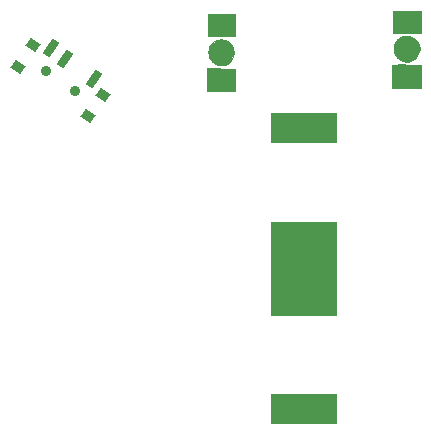
<source format=gbr>
%TF.GenerationSoftware,KiCad,Pcbnew,(6.0.0)*%
%TF.CreationDate,2022-03-29T21:45:28-05:00*%
%TF.ProjectId,Grogu,47726f67-752e-46b6-9963-61645f706362,rev?*%
%TF.SameCoordinates,Original*%
%TF.FileFunction,Soldermask,Bot*%
%TF.FilePolarity,Negative*%
%FSLAX46Y46*%
G04 Gerber Fmt 4.6, Leading zero omitted, Abs format (unit mm)*
G04 Created by KiCad (PCBNEW (6.0.0)) date 2022-03-29 21:45:28*
%MOMM*%
%LPD*%
G01*
G04 APERTURE LIST*
G04 Aperture macros list*
%AMRotRect*
0 Rectangle, with rotation*
0 The origin of the aperture is its center*
0 $1 length*
0 $2 width*
0 $3 Rotation angle, in degrees counterclockwise*
0 Add horizontal line*
21,1,$1,$2,0,0,$3*%
G04 Aperture macros list end*
%ADD10C,0.120000*%
%ADD11C,0.100000*%
%ADD12RotRect,1.000000X0.800000X145.000000*%
%ADD13C,0.900000*%
%ADD14RotRect,0.700000X1.500000X145.000000*%
%ADD15R,5.560000X2.600000*%
%ADD16R,5.560000X8.000000*%
%ADD17R,0.700000X0.500000*%
G04 APERTURE END LIST*
D10*
%TO.C,D2*%
X133227631Y-94175000D02*
G75*
G03*
X133227631Y-94175000I-1077631J0D01*
G01*
D11*
X133318400Y-92803400D02*
X133318400Y-90949200D01*
X133318400Y-90949200D02*
X130981600Y-90949200D01*
X130981600Y-90949200D02*
X130981600Y-92803400D01*
X130981600Y-92803400D02*
X133318400Y-92803400D01*
G36*
X133318400Y-92803400D02*
G01*
X130981600Y-92803400D01*
X130981600Y-90949200D01*
X133318400Y-90949200D01*
X133318400Y-92803400D01*
G37*
X133318400Y-92803400D02*
X130981600Y-92803400D01*
X130981600Y-90949200D01*
X133318400Y-90949200D01*
X133318400Y-92803400D01*
X133318400Y-97451600D02*
X133318400Y-95546600D01*
X133318400Y-95546600D02*
X130930800Y-95521200D01*
X130930800Y-95521200D02*
X130930800Y-97451600D01*
X130930800Y-97451600D02*
X133318400Y-97451600D01*
G36*
X133318400Y-95546600D02*
G01*
X133318400Y-97451600D01*
X130930800Y-97451600D01*
X130930800Y-95521200D01*
X133318400Y-95546600D01*
G37*
X133318400Y-95546600D02*
X133318400Y-97451600D01*
X130930800Y-97451600D01*
X130930800Y-95521200D01*
X133318400Y-95546600D01*
X131134000Y-94556000D02*
X131261000Y-94810000D01*
X131261000Y-94810000D02*
X131515000Y-95064000D01*
X131515000Y-95064000D02*
X131769000Y-95191000D01*
X131769000Y-95191000D02*
X132150000Y-95252630D01*
X132150000Y-95252630D02*
X132531000Y-95191000D01*
X132531000Y-95191000D02*
X132912000Y-94937000D01*
X132912000Y-94937000D02*
X133039000Y-94683000D01*
X133039000Y-94683000D02*
X133227630Y-94175000D01*
X133227630Y-94175000D02*
X133166000Y-93794000D01*
X133166000Y-93794000D02*
X132912000Y-93413000D01*
X132912000Y-93413000D02*
X132531000Y-93159000D01*
X132531000Y-93159000D02*
X132150000Y-93097370D01*
X132150000Y-93097370D02*
X131769000Y-93159000D01*
X131769000Y-93159000D02*
X131388000Y-93413000D01*
X131388000Y-93413000D02*
X131134000Y-93794000D01*
X131134000Y-93794000D02*
X131072370Y-94175000D01*
X131072370Y-94175000D02*
X131134000Y-94556000D01*
G36*
X132531000Y-93159000D02*
G01*
X132912000Y-93413000D01*
X133166000Y-93794000D01*
X133227630Y-94175000D01*
X133039000Y-94683000D01*
X132912000Y-94937000D01*
X132531000Y-95191000D01*
X132150000Y-95252630D01*
X131769000Y-95191000D01*
X131515000Y-95064000D01*
X131261000Y-94810000D01*
X131134000Y-94556000D01*
X131072370Y-94175000D01*
X131134000Y-93794000D01*
X131388000Y-93413000D01*
X131769000Y-93159000D01*
X132150000Y-93097370D01*
X132531000Y-93159000D01*
G37*
X132531000Y-93159000D02*
X132912000Y-93413000D01*
X133166000Y-93794000D01*
X133227630Y-94175000D01*
X133039000Y-94683000D01*
X132912000Y-94937000D01*
X132531000Y-95191000D01*
X132150000Y-95252630D01*
X131769000Y-95191000D01*
X131515000Y-95064000D01*
X131261000Y-94810000D01*
X131134000Y-94556000D01*
X131072370Y-94175000D01*
X131134000Y-93794000D01*
X131388000Y-93413000D01*
X131769000Y-93159000D01*
X132150000Y-93097370D01*
X132531000Y-93159000D01*
D10*
%TO.C,D1*%
X148927631Y-93875000D02*
G75*
G03*
X148927631Y-93875000I-1077631J0D01*
G01*
D11*
X149018400Y-97151600D02*
X149018400Y-95246600D01*
X149018400Y-95246600D02*
X146630800Y-95221200D01*
X146630800Y-95221200D02*
X146630800Y-97151600D01*
X146630800Y-97151600D02*
X149018400Y-97151600D01*
G36*
X149018400Y-95246600D02*
G01*
X149018400Y-97151600D01*
X146630800Y-97151600D01*
X146630800Y-95221200D01*
X149018400Y-95246600D01*
G37*
X149018400Y-95246600D02*
X149018400Y-97151600D01*
X146630800Y-97151600D01*
X146630800Y-95221200D01*
X149018400Y-95246600D01*
X149018400Y-92503400D02*
X149018400Y-90649200D01*
X149018400Y-90649200D02*
X146681600Y-90649200D01*
X146681600Y-90649200D02*
X146681600Y-92503400D01*
X146681600Y-92503400D02*
X149018400Y-92503400D01*
G36*
X149018400Y-92503400D02*
G01*
X146681600Y-92503400D01*
X146681600Y-90649200D01*
X149018400Y-90649200D01*
X149018400Y-92503400D01*
G37*
X149018400Y-92503400D02*
X146681600Y-92503400D01*
X146681600Y-90649200D01*
X149018400Y-90649200D01*
X149018400Y-92503400D01*
X146834000Y-94256000D02*
X146961000Y-94510000D01*
X146961000Y-94510000D02*
X147215000Y-94764000D01*
X147215000Y-94764000D02*
X147469000Y-94891000D01*
X147469000Y-94891000D02*
X147850000Y-94952630D01*
X147850000Y-94952630D02*
X148231000Y-94891000D01*
X148231000Y-94891000D02*
X148612000Y-94637000D01*
X148612000Y-94637000D02*
X148739000Y-94383000D01*
X148739000Y-94383000D02*
X148927630Y-93875000D01*
X148927630Y-93875000D02*
X148866000Y-93494000D01*
X148866000Y-93494000D02*
X148612000Y-93113000D01*
X148612000Y-93113000D02*
X148231000Y-92859000D01*
X148231000Y-92859000D02*
X147850000Y-92797370D01*
X147850000Y-92797370D02*
X147469000Y-92859000D01*
X147469000Y-92859000D02*
X147088000Y-93113000D01*
X147088000Y-93113000D02*
X146834000Y-93494000D01*
X146834000Y-93494000D02*
X146772370Y-93875000D01*
X146772370Y-93875000D02*
X146834000Y-94256000D01*
G36*
X148231000Y-92859000D02*
G01*
X148612000Y-93113000D01*
X148866000Y-93494000D01*
X148927630Y-93875000D01*
X148739000Y-94383000D01*
X148612000Y-94637000D01*
X148231000Y-94891000D01*
X147850000Y-94952630D01*
X147469000Y-94891000D01*
X147215000Y-94764000D01*
X146961000Y-94510000D01*
X146834000Y-94256000D01*
X146772370Y-93875000D01*
X146834000Y-93494000D01*
X147088000Y-93113000D01*
X147469000Y-92859000D01*
X147850000Y-92797370D01*
X148231000Y-92859000D01*
G37*
X148231000Y-92859000D02*
X148612000Y-93113000D01*
X148866000Y-93494000D01*
X148927630Y-93875000D01*
X148739000Y-94383000D01*
X148612000Y-94637000D01*
X148231000Y-94891000D01*
X147850000Y-94952630D01*
X147469000Y-94891000D01*
X147215000Y-94764000D01*
X146961000Y-94510000D01*
X146834000Y-94256000D01*
X146772370Y-93875000D01*
X146834000Y-93494000D01*
X147088000Y-93113000D01*
X147469000Y-92859000D01*
X147850000Y-92797370D01*
X148231000Y-92859000D01*
%TD*%
D12*
%TO.C,SW1*%
X116182110Y-93560859D03*
X122161920Y-97747967D03*
D13*
X117306617Y-95703308D03*
X119764073Y-97424037D03*
D12*
X114914506Y-95371185D03*
X120894316Y-99558293D03*
D14*
X121387931Y-96412512D03*
X118930475Y-94691782D03*
X117701747Y-93831418D03*
%TD*%
D15*
%TO.C,BT1*%
X139175000Y-124380000D03*
X139175000Y-100570000D03*
D16*
X139175000Y-112475000D03*
%TD*%
D17*
%TO.C,D2*%
X132525000Y-92625000D03*
X131775000Y-95725000D03*
%TD*%
%TO.C,D1*%
X147475000Y-95425000D03*
X148225000Y-92325000D03*
%TD*%
M02*

</source>
